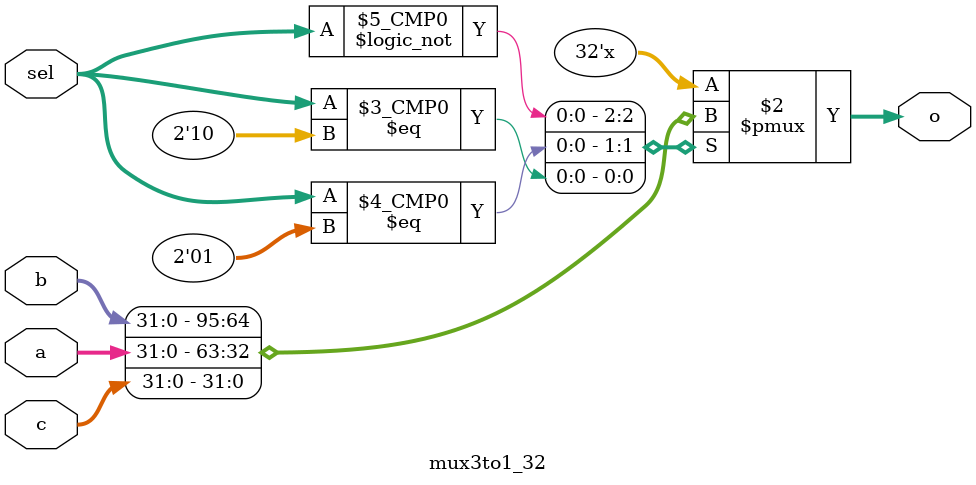
<source format=v>
`timescale 1ns / 1ps
module mux3to1_32(
                    a,
	                b,
	                c,
	                sel,
	                o
                    );
    input wire [31: 0] a, b, c;
    input wire [ 1: 0] sel;
    output reg [31: 0] o;

   always @(*)begin
	   case ( sel )
		    2'b00: o <= b;
			2'b01: o <= a;
			2'b10: o <= c;
            default : ;
		endcase
	end

endmodule
</source>
